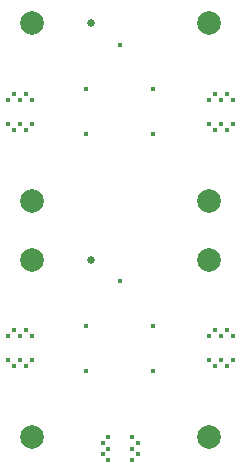
<source format=gbr>
%TF.GenerationSoftware,KiCad,Pcbnew,6.0.9+dfsg-1~bpo11+1*%
%TF.CreationDate,2022-11-09T23:39:41+01:00*%
%TF.ProjectId,013-prototype-board,3031332d-7072-46f7-946f-747970652d62,1*%
%TF.SameCoordinates,Original*%
%TF.FileFunction,Plated,1,2,PTH,Drill*%
%TF.FilePolarity,Positive*%
%FSLAX46Y46*%
G04 Gerber Fmt 4.6, Leading zero omitted, Abs format (unit mm)*
G04 Created by KiCad (PCBNEW 6.0.9+dfsg-1~bpo11+1) date 2022-11-09 23:39:41*
%MOMM*%
%LPD*%
G01*
G04 APERTURE LIST*
%TA.AperFunction,ViaDrill*%
%ADD10C,0.400000*%
%TD*%
%TA.AperFunction,ComponentDrill*%
%ADD11C,0.400000*%
%TD*%
%TA.AperFunction,ComponentDrill*%
%ADD12C,0.650000*%
%TD*%
%TA.AperFunction,ComponentDrill*%
%ADD13C,2.000000*%
%TD*%
G04 APERTURE END LIST*
D10*
X157100000Y-83100000D03*
X157100000Y-86900000D03*
X157100000Y-103100000D03*
X157100000Y-106900000D03*
X160000000Y-79300000D03*
X160000000Y-99300000D03*
X162800000Y-83100000D03*
X162800000Y-86900000D03*
X162800000Y-103100000D03*
X162800000Y-106900000D03*
D11*
%TO.C,J2*%
X150500000Y-84000000D03*
X150500000Y-86000000D03*
X150500000Y-104000000D03*
X150500000Y-106000000D03*
X151000000Y-83500000D03*
X151000000Y-86500000D03*
X151000000Y-103500000D03*
X151000000Y-106500000D03*
X151500000Y-84000000D03*
X151500000Y-86000000D03*
X151500000Y-104000000D03*
X151500000Y-106000000D03*
X152000000Y-83500000D03*
X152000000Y-86500000D03*
X152000000Y-103500000D03*
X152000000Y-106500000D03*
X152500000Y-84000000D03*
X152500000Y-86000000D03*
X152500000Y-104000000D03*
X152500000Y-106000000D03*
X158500000Y-113000000D03*
X158500000Y-114000000D03*
X159000000Y-112500000D03*
X159000000Y-113500000D03*
X159000000Y-114500000D03*
X161000000Y-112500000D03*
X161000000Y-113500000D03*
X161000000Y-114500000D03*
X161500000Y-113000000D03*
X161500000Y-114000000D03*
X167500000Y-84000000D03*
X167500000Y-86000000D03*
X167500000Y-104000000D03*
X167500000Y-106000000D03*
X168000000Y-83500000D03*
X168000000Y-86500000D03*
X168000000Y-103500000D03*
X168000000Y-106500000D03*
X168500000Y-84000000D03*
X168500000Y-86000000D03*
X168500000Y-104000000D03*
X168500000Y-106000000D03*
X169000000Y-83500000D03*
X169000000Y-86500000D03*
X169000000Y-103500000D03*
X169000000Y-106500000D03*
X169500000Y-84000000D03*
X169500000Y-86000000D03*
X169500000Y-104000000D03*
X169500000Y-106000000D03*
D12*
%TO.C,REF\u002A\u002A*%
X157500000Y-77500000D03*
X157500000Y-97500000D03*
D13*
%TO.C,H1*%
X152500000Y-77500000D03*
%TO.C,H2*%
X152500000Y-92500000D03*
X152500000Y-97500000D03*
X152500000Y-112500000D03*
%TO.C,H4*%
X167500000Y-77500000D03*
%TO.C,H3*%
X167500000Y-92500000D03*
X167500000Y-97500000D03*
%TO.C,H2*%
X167500000Y-112500000D03*
M02*

</source>
